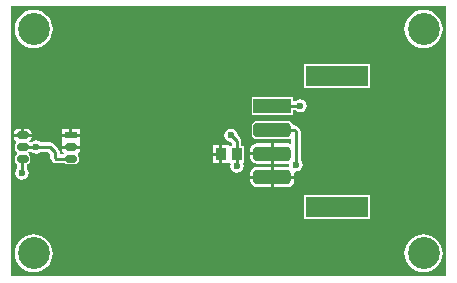
<source format=gbl>
G04*
G04 #@! TF.GenerationSoftware,Altium Limited,Altium Designer,18.1.6 (161)*
G04*
G04 Layer_Physical_Order=2*
G04 Layer_Color=16711680*
%FSLAX25Y25*%
%MOIN*%
G70*
G01*
G75*
%ADD13C,0.01000*%
%ADD21R,0.03543X0.03937*%
%ADD40C,0.10630*%
%ADD41C,0.02362*%
%ADD42R,0.20866X0.06693*%
%ADD43R,0.12598X0.04724*%
G04:AMPARAMS|DCode=44|XSize=47.24mil|YSize=125.98mil|CornerRadius=11.81mil|HoleSize=0mil|Usage=FLASHONLY|Rotation=270.000|XOffset=0mil|YOffset=0mil|HoleType=Round|Shape=RoundedRectangle|*
%AMROUNDEDRECTD44*
21,1,0.04724,0.10236,0,0,270.0*
21,1,0.02362,0.12598,0,0,270.0*
1,1,0.02362,-0.05118,-0.01181*
1,1,0.02362,-0.05118,0.01181*
1,1,0.02362,0.05118,0.01181*
1,1,0.02362,0.05118,-0.01181*
%
%ADD44ROUNDEDRECTD44*%
G04:AMPARAMS|DCode=45|XSize=23.62mil|YSize=39.37mil|CornerRadius=5.91mil|HoleSize=0mil|Usage=FLASHONLY|Rotation=90.000|XOffset=0mil|YOffset=0mil|HoleType=Round|Shape=RoundedRectangle|*
%AMROUNDEDRECTD45*
21,1,0.02362,0.02756,0,0,90.0*
21,1,0.01181,0.03937,0,0,90.0*
1,1,0.01181,0.01378,0.00591*
1,1,0.01181,0.01378,-0.00591*
1,1,0.01181,-0.01378,-0.00591*
1,1,0.01181,-0.01378,0.00591*
%
%ADD45ROUNDEDRECTD45*%
%ADD46R,0.03937X0.02362*%
G36*
X147382Y2224D02*
X2224D01*
Y92264D01*
X147382D01*
Y2224D01*
D02*
G37*
%LPC*%
G36*
X139764Y90991D02*
X138526Y90869D01*
X137335Y90508D01*
X136238Y89922D01*
X135277Y89133D01*
X134488Y88171D01*
X133901Y87074D01*
X133540Y85884D01*
X133418Y84646D01*
X133540Y83408D01*
X133901Y82217D01*
X134488Y81120D01*
X135277Y80159D01*
X136238Y79370D01*
X137335Y78783D01*
X138526Y78422D01*
X139764Y78300D01*
X141002Y78422D01*
X142192Y78783D01*
X143289Y79370D01*
X144251Y80159D01*
X145040Y81120D01*
X145626Y82217D01*
X145987Y83408D01*
X146109Y84646D01*
X145987Y85884D01*
X145626Y87074D01*
X145040Y88171D01*
X144251Y89133D01*
X143289Y89922D01*
X142192Y90508D01*
X141002Y90869D01*
X139764Y90991D01*
D02*
G37*
G36*
X9843D02*
X8605Y90869D01*
X7414Y90508D01*
X6317Y89922D01*
X5356Y89133D01*
X4566Y88171D01*
X3980Y87074D01*
X3619Y85884D01*
X3497Y84646D01*
X3619Y83408D01*
X3980Y82217D01*
X4566Y81120D01*
X5356Y80159D01*
X6317Y79370D01*
X7414Y78783D01*
X8605Y78422D01*
X9843Y78300D01*
X11080Y78422D01*
X12271Y78783D01*
X13368Y79370D01*
X14330Y80159D01*
X15119Y81120D01*
X15705Y82217D01*
X16066Y83408D01*
X16188Y84646D01*
X16066Y85884D01*
X15705Y87074D01*
X15119Y88171D01*
X14330Y89133D01*
X13368Y89922D01*
X12271Y90508D01*
X11080Y90869D01*
X9843Y90991D01*
D02*
G37*
G36*
X122011Y72844D02*
X99945D01*
Y64951D01*
X122011D01*
Y72844D01*
D02*
G37*
G36*
X96303Y61821D02*
X82504D01*
Y55896D01*
X96303D01*
Y57526D01*
X97056D01*
X97085Y57483D01*
X97806Y57001D01*
X98657Y56831D01*
X99508Y57001D01*
X100230Y57483D01*
X100712Y58204D01*
X100881Y59055D01*
X100712Y59906D01*
X100230Y60628D01*
X99508Y61110D01*
X98657Y61279D01*
X97806Y61110D01*
X97085Y60628D01*
X97056Y60584D01*
X96303D01*
Y61821D01*
D02*
G37*
G36*
X25213Y51394D02*
X22744D01*
Y49713D01*
X25213D01*
Y51394D01*
D02*
G37*
G36*
X7480Y51425D02*
X6602D01*
Y49713D01*
X9102D01*
Y49803D01*
X8979Y50424D01*
X8627Y50950D01*
X8101Y51301D01*
X7480Y51425D01*
D02*
G37*
G36*
X21744Y51394D02*
X19276D01*
Y49713D01*
X21744D01*
Y51394D01*
D02*
G37*
G36*
X5602Y51425D02*
X4724D01*
X4104Y51301D01*
X3578Y50950D01*
X3226Y50424D01*
X3103Y49803D01*
Y49713D01*
X5602D01*
Y51425D01*
D02*
G37*
G36*
X94521Y53981D02*
X84285D01*
X83590Y53843D01*
X83001Y53449D01*
X82608Y52860D01*
X82469Y52165D01*
Y49803D01*
X82608Y49108D01*
X83001Y48519D01*
X83590Y48125D01*
X84285Y47987D01*
X94521D01*
X95217Y48125D01*
X95274Y48164D01*
X95715Y47928D01*
Y46673D01*
X95215Y46377D01*
X94521Y46515D01*
X89903D01*
Y43110D01*
Y39705D01*
X94521D01*
X94669Y39735D01*
X94929Y39475D01*
X95035Y39298D01*
X95086Y39039D01*
X94661Y38613D01*
X94521Y38641D01*
X89903D01*
Y35736D01*
X96745D01*
Y36417D01*
X96679Y36749D01*
X97105Y37174D01*
X97244Y37146D01*
X98095Y37315D01*
X98817Y37798D01*
X99299Y38519D01*
X99468Y39370D01*
X99299Y40221D01*
X98817Y40943D01*
X98773Y40971D01*
Y50485D01*
X98657Y51071D01*
X98326Y51567D01*
X97827Y52066D01*
X97331Y52397D01*
X96745Y52514D01*
X96268D01*
X96199Y52860D01*
X95806Y53449D01*
X95217Y53843D01*
X94521Y53981D01*
D02*
G37*
G36*
X25213Y48713D02*
X22244D01*
X19276D01*
Y47032D01*
X19276Y47032D01*
X19276D01*
X19398Y46532D01*
X19368Y46487D01*
X19244Y45866D01*
Y45776D01*
X22244D01*
X25244D01*
Y45866D01*
X25120Y46487D01*
X25090Y46532D01*
X25213Y47032D01*
X25213D01*
X25213Y47032D01*
Y48713D01*
D02*
G37*
G36*
X75590Y51436D02*
X74739Y51267D01*
X74018Y50785D01*
X73536Y50064D01*
X73367Y49213D01*
X73536Y48362D01*
X74018Y47640D01*
X74739Y47158D01*
X75590Y46989D01*
X75641Y46999D01*
X76030Y46611D01*
Y45835D01*
X75718Y45524D01*
X75209Y45562D01*
X75016Y45882D01*
X74946Y45882D01*
X74946Y45882D01*
X72744D01*
Y42913D01*
Y39945D01*
X74946D01*
Y39945D01*
X75016D01*
X75027Y39944D01*
X75434Y39473D01*
X75335Y38976D01*
X75504Y38125D01*
X75987Y37404D01*
X76708Y36922D01*
X77559Y36753D01*
X78410Y36922D01*
X79132Y37404D01*
X79614Y38125D01*
X79783Y38976D01*
X79614Y39827D01*
X79562Y39904D01*
X79798Y40345D01*
X79931D01*
Y45482D01*
X79088D01*
Y47244D01*
X78972Y47829D01*
X78641Y48325D01*
X77804Y49162D01*
X77814Y49213D01*
X77645Y50064D01*
X77163Y50785D01*
X76442Y51267D01*
X75590Y51436D01*
D02*
G37*
G36*
X88903Y46515D02*
X84285D01*
X83434Y46346D01*
X82713Y45864D01*
X82231Y45142D01*
X82061Y44291D01*
Y43610D01*
X88903D01*
Y46515D01*
D02*
G37*
G36*
X71744Y45882D02*
X69472D01*
Y43413D01*
X71744D01*
Y45882D01*
D02*
G37*
G36*
Y42413D02*
X69472D01*
Y39945D01*
X71744D01*
Y42413D01*
D02*
G37*
G36*
X88903Y42610D02*
X82061D01*
Y41929D01*
X82231Y41078D01*
X82713Y40357D01*
X83434Y39875D01*
X84285Y39705D01*
X88903D01*
Y42610D01*
D02*
G37*
G36*
X9102Y48713D02*
X6102D01*
X3103D01*
Y48622D01*
X3226Y48001D01*
X3578Y47475D01*
X3834Y47304D01*
X3866Y46725D01*
X3603Y46331D01*
X3511Y45866D01*
Y44685D01*
X3603Y44221D01*
X3866Y43827D01*
X4260Y43564D01*
X4268Y43562D01*
Y43052D01*
X4260Y43051D01*
X3866Y42788D01*
X3603Y42394D01*
X3511Y41929D01*
Y40748D01*
X3603Y40284D01*
X3866Y39890D01*
X4260Y39627D01*
X4376Y39603D01*
Y38216D01*
X4333Y38187D01*
X3851Y37465D01*
X3682Y36614D01*
X3851Y35763D01*
X4333Y35042D01*
X5054Y34560D01*
X5906Y34390D01*
X6757Y34560D01*
X7478Y35042D01*
X7960Y35763D01*
X8129Y36614D01*
X7960Y37465D01*
X7478Y38187D01*
X7435Y38216D01*
Y39534D01*
X7480D01*
X7945Y39627D01*
X8339Y39890D01*
X8602Y40284D01*
X8694Y40748D01*
Y41929D01*
X8602Y42394D01*
X8339Y42788D01*
X8116Y42936D01*
X8084Y43471D01*
X8095Y43506D01*
X8361Y43746D01*
X9029D01*
X9057Y43703D01*
X9779Y43221D01*
X10630Y43052D01*
X11481Y43221D01*
X12202Y43703D01*
X12231Y43746D01*
X14721D01*
X15400Y43067D01*
Y41732D01*
X15516Y41147D01*
X15848Y40651D01*
X16241Y40257D01*
X16738Y39926D01*
X17323Y39809D01*
X20128D01*
X20402Y39627D01*
X20866Y39534D01*
X23622D01*
X24087Y39627D01*
X24480Y39890D01*
X24744Y40284D01*
X24836Y40748D01*
Y41929D01*
X24744Y42394D01*
X24480Y42788D01*
X24513Y43367D01*
X24769Y43538D01*
X25120Y44064D01*
X25244Y44685D01*
Y44776D01*
X22244D01*
X19244D01*
Y44685D01*
X19368Y44064D01*
X19719Y43538D01*
X19974Y43368D01*
X19823Y42868D01*
X18459D01*
Y43701D01*
X18342Y44286D01*
X18011Y44782D01*
X16436Y46357D01*
X15940Y46689D01*
X15354Y46805D01*
X12231D01*
X12202Y46848D01*
X11481Y47330D01*
X10630Y47499D01*
X9779Y47330D01*
X9057Y46848D01*
X9029Y46805D01*
X8524D01*
X8372Y47305D01*
X8627Y47475D01*
X8979Y48001D01*
X9102Y48622D01*
Y48713D01*
D02*
G37*
G36*
X88903Y38641D02*
X84285D01*
X83434Y38472D01*
X82713Y37990D01*
X82231Y37268D01*
X82061Y36417D01*
Y35736D01*
X88903D01*
Y38641D01*
D02*
G37*
G36*
X96745Y34736D02*
X89903D01*
Y31831D01*
X94521D01*
X95372Y32001D01*
X96094Y32483D01*
X96576Y33204D01*
X96745Y34055D01*
Y34736D01*
D02*
G37*
G36*
X88903D02*
X82061D01*
Y34055D01*
X82231Y33204D01*
X82713Y32483D01*
X83434Y32001D01*
X84285Y31831D01*
X88903D01*
Y34736D01*
D02*
G37*
G36*
X122011Y29143D02*
X99945D01*
Y21250D01*
X122011D01*
Y29143D01*
D02*
G37*
G36*
X139764Y16188D02*
X138526Y16066D01*
X137335Y15705D01*
X136238Y15119D01*
X135277Y14330D01*
X134488Y13368D01*
X133901Y12271D01*
X133540Y11080D01*
X133418Y9843D01*
X133540Y8605D01*
X133901Y7414D01*
X134488Y6317D01*
X135277Y5356D01*
X136238Y4566D01*
X137335Y3980D01*
X138526Y3619D01*
X139764Y3497D01*
X141002Y3619D01*
X142192Y3980D01*
X143289Y4566D01*
X144251Y5356D01*
X145040Y6317D01*
X145626Y7414D01*
X145987Y8605D01*
X146109Y9843D01*
X145987Y11080D01*
X145626Y12271D01*
X145040Y13368D01*
X144251Y14330D01*
X143289Y15119D01*
X142192Y15705D01*
X141002Y16066D01*
X139764Y16188D01*
D02*
G37*
G36*
X9843D02*
X8605Y16066D01*
X7414Y15705D01*
X6317Y15119D01*
X5356Y14330D01*
X4566Y13368D01*
X3980Y12271D01*
X3619Y11080D01*
X3497Y9843D01*
X3619Y8605D01*
X3980Y7414D01*
X4566Y6317D01*
X5356Y5356D01*
X6317Y4566D01*
X7414Y3980D01*
X8605Y3619D01*
X9843Y3497D01*
X11080Y3619D01*
X12271Y3980D01*
X13368Y4566D01*
X14330Y5356D01*
X15119Y6317D01*
X15705Y7414D01*
X16066Y8605D01*
X16188Y9843D01*
X16066Y11080D01*
X15705Y12271D01*
X15119Y13368D01*
X14330Y14330D01*
X13368Y15119D01*
X12271Y15705D01*
X11080Y16066D01*
X9843Y16188D01*
D02*
G37*
%LPD*%
D13*
X89403Y58858D02*
X89600Y59055D01*
X98657D01*
X89403Y50984D02*
X96745D01*
X97244Y50485D01*
Y39370D02*
Y50485D01*
X77559Y42913D02*
Y47244D01*
X75590Y49213D02*
X77559Y47244D01*
X118110Y36220D02*
X133540D01*
X5906Y41142D02*
X6102Y41339D01*
X5906Y36614D02*
Y41142D01*
X17323Y41339D02*
X22244D01*
X16929Y41732D02*
X17323Y41339D01*
X16929Y41732D02*
Y43701D01*
X15354Y45276D02*
X16929Y43701D01*
X10630Y45276D02*
X15354D01*
X6102D02*
X10630D01*
X109449Y33465D02*
Y38189D01*
X77559Y38976D02*
Y42913D01*
D21*
X72244D02*
D03*
X77559D02*
D03*
D40*
X139764Y84646D02*
D03*
Y9843D02*
D03*
X9843Y84646D02*
D03*
Y9843D02*
D03*
D41*
X98657Y59055D02*
D03*
X78972Y58858D02*
D03*
X23622Y77331D02*
D03*
Y8605D02*
D03*
X7874Y54522D02*
D03*
Y66187D02*
D03*
X23622Y83408D02*
D03*
X123150Y81890D02*
D03*
X144251Y71260D02*
D03*
X118110Y31831D02*
D03*
Y36220D02*
D03*
X133540D02*
D03*
X80709Y9961D02*
D03*
X67035Y10373D02*
D03*
X60630Y62701D02*
D03*
X35433D02*
D03*
X48031D02*
D03*
X31396Y39537D02*
D03*
Y44094D02*
D03*
X82677Y18110D02*
D03*
X75590Y49213D02*
D03*
X81496Y79527D02*
D03*
X80709Y62146D02*
D03*
X69488Y19882D02*
D03*
X60630Y40157D02*
D03*
X5906Y36614D02*
D03*
X10630Y45276D02*
D03*
X109449Y33465D02*
D03*
X97244Y39370D02*
D03*
X77559Y38976D02*
D03*
X66535Y46850D02*
D03*
D42*
X110978Y68898D02*
D03*
Y25197D02*
D03*
D43*
X89403Y58858D02*
D03*
D44*
Y50984D02*
D03*
Y43110D02*
D03*
Y35236D02*
D03*
D45*
X6102Y41339D02*
D03*
Y45276D02*
D03*
Y49213D02*
D03*
X22244Y41339D02*
D03*
Y45276D02*
D03*
D46*
Y49213D02*
D03*
M02*

</source>
